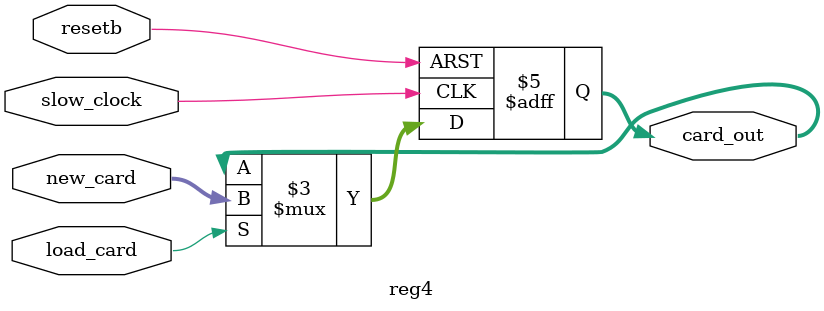
<source format=sv>
module datapath(input slow_clock, input fast_clock, input resetb,
                input load_pcard1, input load_pcard2, input load_pcard3,
                input load_dcard1, input load_dcard2, input load_dcard3,
                output [3:0] pcard3_out,
                output [3:0] pscore_out, output [3:0] dscore_out,
                output[6:0] HEX5, output[6:0] HEX4, output[6:0] HEX3,
                output[6:0] HEX2, output[6:0] HEX1, output[6:0] HEX0);

/*
Instructor comments
============================			
The code describing your datapath will go here. Your datapath will hierarchically instantiate 
six (6) card7seg blocks, two (2) scorehand blocks, and a (1) dealcard block.  **HINT**
The registers may either be instatiated or included as sequential always blocks directly in this file.
Follow the block diagram in the Lab 1 handout closely as you write this code.
*/
//==================================//
//      Intermediate Wire(s)        // 
//==================================//
// connect the individual blocks in the 
    wire [3:0] new_card;  
    wire [3:0] pcard1_out, pcard2_out, dcard1_out, dcard2_out, dcard3_out;

//==================================//
//     Module Instantiations        // 
//==================================//

//****************************//
//         Deal Cards         //    
//****************************//
// Counter used with a 50MHz clock. Value captured when the slow_clock reaches a 
// posedge indicating a step forward in the algorithm.
// This block is SYNCHRONOUS with fast_clock
    dealcard deal (.clock(fast_clock), .resetb(resetb), .new_card(new_card));

//****************************//
//      4-bit Registers       //    
//****************************//
// Registers for storing the player and dealer cards. If one of the load_cards = 1, then the current
// value of new_card is loaded into the register. Then, on the the next slow_clock (next step in algorithm),
// the value in the register is written to the output.
// This block is SYNCHRONOUS with slow_clock
// player
    reg4 PCard1_reg (.new_card(new_card), .load_card(load_pcard1), .resetb(resetb), .slow_clock(slow_clock), .card_out(pcard1_out)); 
    reg4 PCard2_reg (.new_card(new_card), .load_card(load_pcard2), .resetb(resetb), .slow_clock(slow_clock), .card_out(pcard2_out));
    reg4 PCard3_reg (.new_card(new_card), .load_card(load_pcard3), .resetb(resetb), .slow_clock(slow_clock), .card_out(pcard3_out));
    // dealer
    reg4 DCard1_reg (.new_card(new_card), .load_card(load_dcard1), .resetb(resetb), .slow_clock(slow_clock), .card_out(dcard1_out));  
    reg4 DCard2_reg (.new_card(new_card), .load_card(load_dcard2), .resetb(resetb), .slow_clock(slow_clock), .card_out(dcard2_out));
    reg4 DCard3_reg (.new_card(new_card), .load_card(load_dcard3), .resetb(resetb), .slow_clock(slow_clock), .card_out(dcard3_out));

//****************************//
//          Scores            //    
//****************************//
// Computes score given the current cards in the hand. 
// This block is ASYNCHRONOUS
    scorehand pscore (.card1(pcard1_out), .card2(pcard2_out), .card3(pcard3_out), .total(pscore_out)); // player 
    scorehand dscore (.card1(dcard1_out), .card2(dcard2_out), .card3(dcard3_out), .total(dscore_out)); // dealer

//****************************//
//          HEX Display       //    
//****************************//
// Displays the cards from the dealer's and player's hand using the HEX display.
// This block is ASYNCHRONOUS
    // player
    card7seg pcard1_seg (.card(pcard1_out),.HEX(HEX0));
    card7seg pcard2_seg (.card(pcard2_out),.HEX(HEX1));
    card7seg pcard3_seg (.card(pcard3_out),.HEX(HEX2));
    // dealer
    card7seg dcard1_seg (.card(dcard1_out),.HEX(HEX3));
    card7seg dcard2_seg (.card(dcard2_out),.HEX(HEX4));
    card7seg dcard3_seg (.card(dcard3_out),.HEX(HEX5));

endmodule


// 4 bit register module
module reg4 (
    input [3:0] new_card,
    input load_card,
    input resetb,       // KEY3
    input slow_clock,   // KEY0, clocked with slow_clock
    output reg [3:0] card_out
);

    always_ff @ (negedge slow_clock or negedge resetb) begin //negedge resetb since it is active low
        if(resetb == 1'b0) 
            card_out <= 0; 
    	else if (load_card) 
            card_out <= new_card;           
    end
endmodule








</source>
